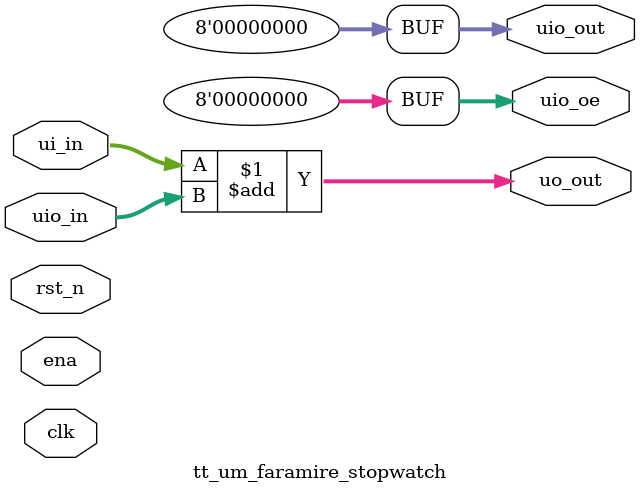
<source format=v>
/*
 * Copyright (c) 2024 Fabio Ramirez Stern
 * SPDX-License-Identifier: Apache-2.0
 */

`define default_netname none

module tt_um_faramire_stopwatch (
    input  wire [7:0] ui_in,    // Dedicated inputs
    output wire [7:0] uo_out,   // Dedicated outputs
    input  wire [7:0] uio_in,   // IOs: Input path
    output wire [7:0] uio_out,  // IOs: Output path
    output wire [7:0] uio_oe,   // IOs: Enable path (active high: 0=input, 1=output)
    input  wire       ena,      // will go high when the design is enabled
    input  wire       clk,      // clock
    input  wire       rst_n     // reset_n - low to reset
);

  // All output pins must be assigned. If not used, assign to 0.
  assign uo_out  = ui_in + uio_in;  // Example: ou_out is the sum of ui_in and uio_in
  assign uio_out = 0;
  assign uio_oe  = 0;

endmodule

</source>
